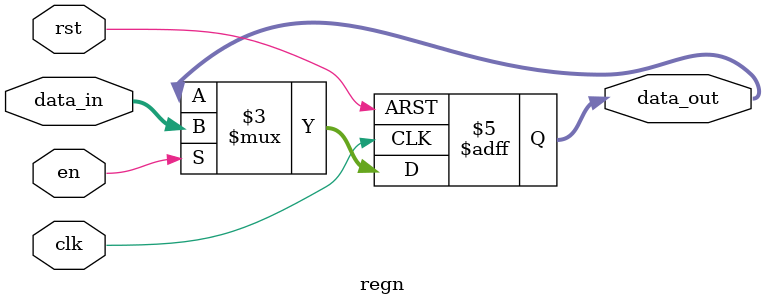
<source format=v>

module regn #(parameter width = 8) (
  input clk, rst, en,
  input [width-1:0] data_in,
  output reg [width-1:0] data_out);

  always@(posedge clk or posedge rst)
    if (rst)
      data_out = 0;
    else
      if (en)
        data_out = data_in;
endmodule

</source>
